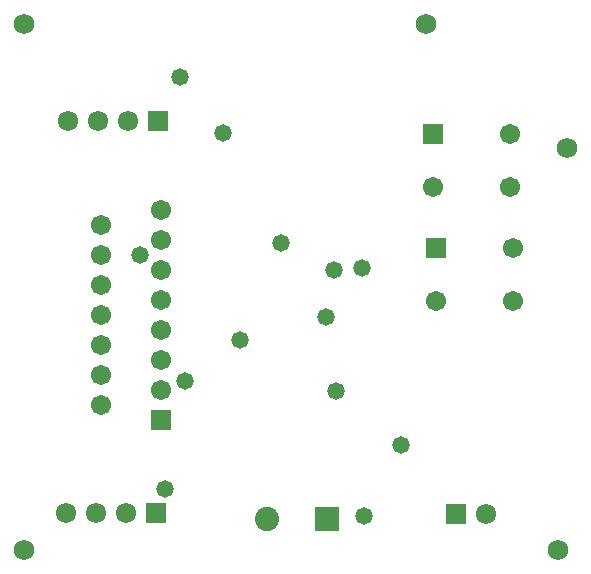
<source format=gbs>
G04*
G04 #@! TF.GenerationSoftware,Altium Limited,Altium Designer,21.6.4 (81)*
G04*
G04 Layer_Color=16711935*
%FSAX44Y44*%
%MOMM*%
G71*
G04*
G04 #@! TF.SameCoordinates,DC76A47B-B506-48B7-9AA2-343420C74FD4*
G04*
G04*
G04 #@! TF.FilePolarity,Negative*
G04*
G01*
G75*
%ADD23C,1.7272*%
%ADD24R,1.7032X1.7032*%
%ADD25C,1.7032*%
%ADD26C,1.7232*%
%ADD27R,1.7232X1.7232*%
%ADD28R,2.0532X2.0532*%
%ADD29C,2.0532*%
%ADD30C,1.4732*%
D23*
X00477520Y00920750D02*
D03*
X00017780Y01026160D02*
D03*
X00469900Y00580390D02*
D03*
X00017780D02*
D03*
X00358140Y01026160D02*
D03*
D24*
X00363740Y00933090D02*
D03*
X00366280Y00836570D02*
D03*
X00133350Y00690880D02*
D03*
D25*
X00363740Y00888090D02*
D03*
X00428740D02*
D03*
Y00933090D02*
D03*
X00366280Y00791570D02*
D03*
X00431280D02*
D03*
Y00836570D02*
D03*
X00082550Y00703580D02*
D03*
X00133350Y00716280D02*
D03*
X00082550Y00728980D02*
D03*
X00133350Y00741680D02*
D03*
X00082550Y00754380D02*
D03*
X00133350Y00767080D02*
D03*
X00082550Y00779780D02*
D03*
X00133350Y00792480D02*
D03*
X00082550Y00805180D02*
D03*
X00133350Y00817880D02*
D03*
X00082550Y00830580D02*
D03*
X00133350Y00843280D02*
D03*
X00082550Y00855980D02*
D03*
X00133350Y00868680D02*
D03*
D26*
X00053340Y00612140D02*
D03*
X00078740D02*
D03*
X00104140D02*
D03*
X00054610Y00943610D02*
D03*
X00080010D02*
D03*
X00105410D02*
D03*
X00408940Y00610870D02*
D03*
D27*
X00129540Y00612140D02*
D03*
X00130810Y00943610D02*
D03*
X00383540Y00610870D02*
D03*
D28*
X00274320Y00607060D02*
D03*
D29*
X00223520D02*
D03*
D30*
X00273440Y00777630D02*
D03*
X00137160Y00631960D02*
D03*
X00115696Y00830580D02*
D03*
X00153670Y00723900D02*
D03*
X00303530Y00819150D02*
D03*
X00336486Y00669555D02*
D03*
X00200280Y00758350D02*
D03*
X00186241Y00933895D02*
D03*
X00280190Y00817880D02*
D03*
X00235458Y00840740D02*
D03*
X00281686Y00715518D02*
D03*
X00149237Y00980660D02*
D03*
X00305816Y00609600D02*
D03*
M02*

</source>
